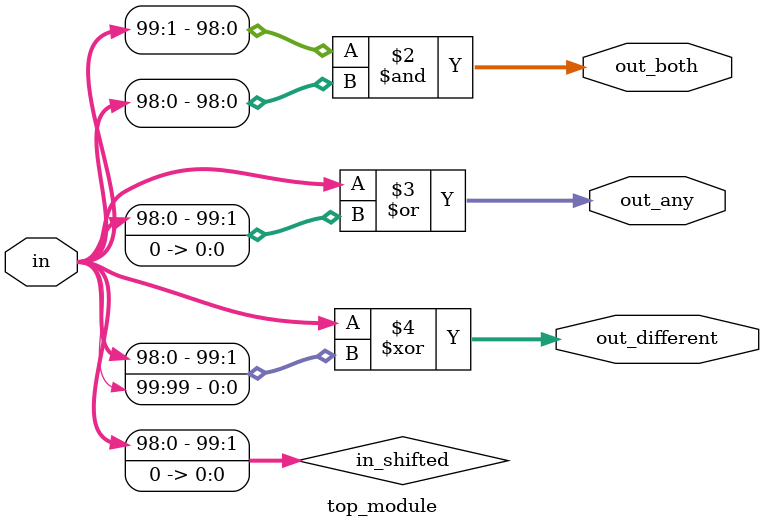
<source format=sv>
module top_module (
    input [99:0] in,
    output [98:0] out_both,
    output [99:0] out_any,
    output [99:0] out_different
);

    // Create the shifted input signal
    wire [99:0] in_shifted;
    assign in_shifted = in << 1;

    // Generate out_both which is 99-bit wide
    assign out_both = in[99:1] & in_shifted[99:1];

    // Generate out_any which is 100-bit wide
    assign out_any = in | in_shifted;

    // Generate out_different which is 100-bit wide
    assign out_different = in ^ {in[98:0], in[99]};

endmodule

</source>
